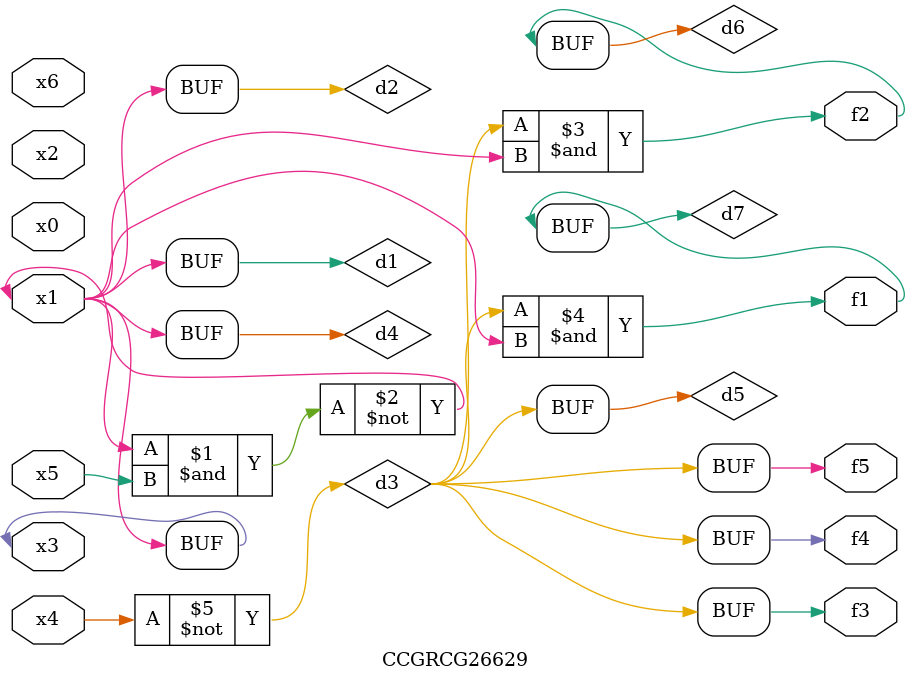
<source format=v>
module CCGRCG26629(
	input x0, x1, x2, x3, x4, x5, x6,
	output f1, f2, f3, f4, f5
);

	wire d1, d2, d3, d4, d5, d6, d7;

	buf (d1, x1, x3);
	nand (d2, x1, x5);
	not (d3, x4);
	buf (d4, d1, d2);
	buf (d5, d3);
	and (d6, d3, d4);
	and (d7, d3, d4);
	assign f1 = d7;
	assign f2 = d6;
	assign f3 = d5;
	assign f4 = d5;
	assign f5 = d5;
endmodule

</source>
